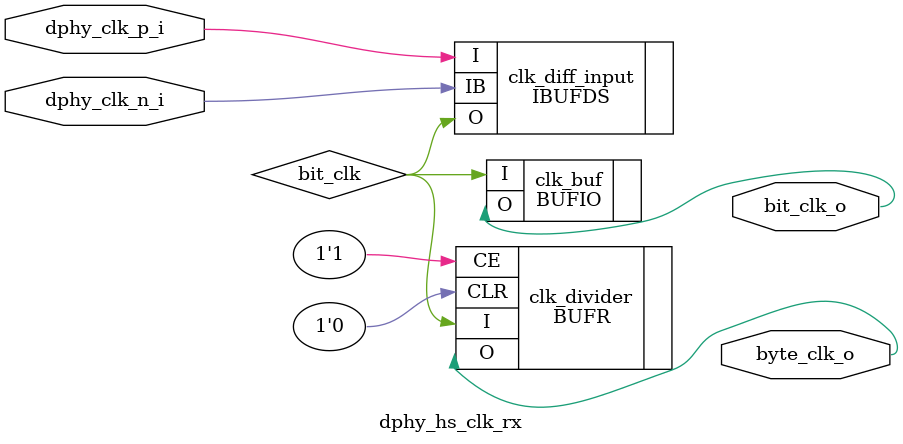
<source format=sv>
module dphy_hs_clk_rx 
(
  input  dphy_clk_p_i,
  input  dphy_clk_n_i,
  output bit_clk_o,
  output byte_clk_o
);

logic bit_clk;

// Transform differential clock to bit clk
IBUFDS #(
  .DIFF_TERM    ( "FALSE"      ),
  .IBUF_LOW_PWR ( 0            ),
  .IOSTANDARD   ( "DEFAULT"    )
) clk_diff_input (
  .O            ( bit_clk      ),
  .I            ( dphy_clk_p_i ),
  .IB           ( dphy_clk_n_i )
);

// Allows us to use bit clk as logic clk
BUFIO clk_buf (
  .O ( bit_clk_o ),
  .I ( bit_clk   )
);

// Bit clk is DDR clk, so we divide it by 4 to get
// byte clk
BUFR #(
  .BUFR_DIVIDE ( "4"        ),
  .SIM_DEVICE  ( "7SERIES"  )
) clk_divider (
  .O           ( byte_clk_o ),
  .CE          ( 1'b1       ),
  .CLR         ( 1'b0       ),
  .I           ( bit_clk    )
);

endmodule

</source>
